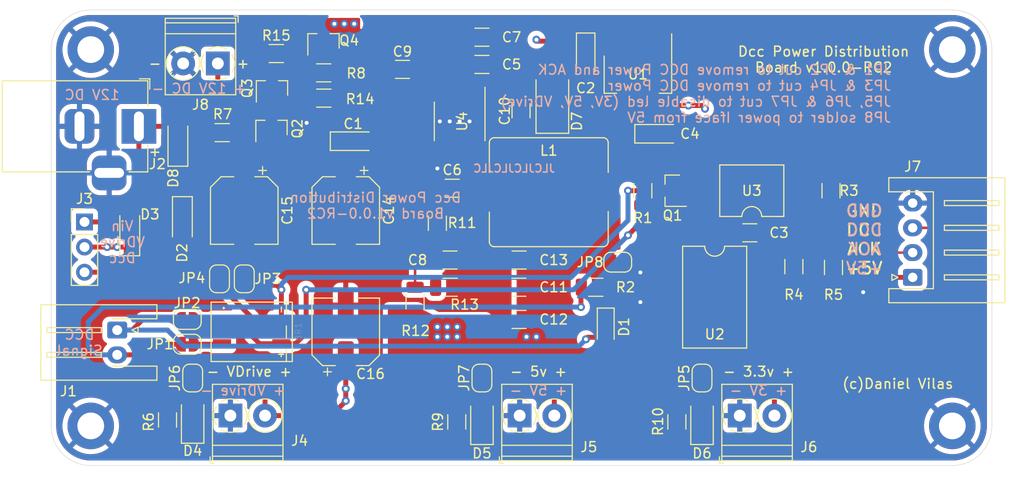
<source format=kicad_pcb>
(kicad_pcb (version 20211014) (generator pcbnew)
  (title_block (date "2021-11-09") (rev "v1.0.0-RC2"))
  (layers (0 "F.Cu" signal) (1 "In1.Cu" power) (2 "In2.Cu" power) (31 "B.Cu" signal) (34 "B.Paste" user) (35 "F.Paste" user) (36 "B.SilkS" user "B.Silkscreen") (37 "F.SilkS" user "F.Silkscreen") (38 "B.Mask" user) (39 "F.Mask" user) (44 "Edge.Cuts" user))
  (net 0 "")
  (net 1 "/Dcc Interface/J_ACK")
  (net 2 "/Dcc Interface/K_ACK")
  (net 3 "GND")
  (net 4 "Vdrive")
  (net 5 "+5V")
  (net 6 "/Dcc Interface/K")
  (net 7 "Net-(D1-Pad1)")
  (net 8 "/Dcc Interface/J")
  (net 9 "/5V_iface")
  (net 10 "/Power Distribution/_DccVin")
  (net 11 "Net-(Q1-Pad2)")
  (net 12 "Net-(Q1-Pad1)")
  (net 13 "Net-(R3-Pad2)")
  (net 14 "Net-(R4-Pad1)")
  (net 15 "+3V3")
  (net 16 "Net-(Q2-Pad3)")
  (net 17 "Net-(Q2-Pad1)")
  (net 18 "Net-(D4-Pad2)")
  (net 19 "Net-(D4-Pad1)")
  (net 20 "Net-(D5-Pad2)")
  (net 21 "Net-(D5-Pad1)")
  (net 22 "Net-(D6-Pad2)")
  (net 23 "Net-(D6-Pad1)")
  (net 24 "/_dcc")
  (net 25 "/_ack")
  (net 26 "/Dcc Interface/DccP+")
  (net 27 "/Dcc Interface/DccP-")
  (net 28 "/Power Distribution/_DccVinP")
  (net 29 "Net-(C6-Pad1)")
  (net 30 "Net-(C8-Pad1)")
  (net 31 "Net-(C9-Pad1)")
  (net 32 "Net-(Q3-Pad3)")
  (net 33 "Net-(R12-Pad2)")
  (net 34 "/Power Distribution/_PH")
  (net 35 "/Power Distribution/_BOOT")
  (net 36 "Net-(Q4-Pad1)")
  (net 37 "Net-(D8-Pad1)")
  (net 38 "/Power Distribution/_Vin")
  (footprint "Project:DIOB_KMB26S" (layer "F.Cu") (at 40.25 52.5 -90)
    (fp_text reference "BR1")
    (fp_text value "KMB26STR")
  )
  (footprint "Connector_JST:JST_XH_S2B-XH-A-1_1x02_P2.50mm_Horizontal" (layer "F.Cu") (at 26.67 52.324 -90)
    (fp_text reference "J1")
    (fp_text value "Conn_01x02" hide)
  )
  (footprint "Jumper:SolderJumper-2_P1.3mm_Bridged_RoundedPad1.0x1.5mm" (layer "F.Cu") (at 33.75 53.75 180)
    (fp_text reference "JP1")
    (fp_text value "Jumper_NC" hide)
  )
  (footprint "Jumper:SolderJumper-2_P1.3mm_Bridged_RoundedPad1.0x1.5mm" (layer "F.Cu") (at 33.75 51.25 180)
    (fp_text reference "JP2")
    (fp_text value "Jumper_NC" hide)
  )
  (footprint "Jumper:SolderJumper-2_P1.3mm_Bridged_RoundedPad1.0x1.5mm" (layer "F.Cu") (at 39.5 47.15 90)
    (fp_text reference "JP3")
    (fp_text value "Jumper_NC" hide)
  )
  (footprint "Jumper:SolderJumper-2_P1.3mm_Bridged_RoundedPad1.0x1.5mm" (layer "F.Cu") (at 37 47.15 90)
    (fp_text reference "JP4")
    (fp_text value "Jumper_NC" hide)
  )
  (footprint "Capacitor_Tantalum_SMD:CP_EIA-3216-18_Kemet-A" (layer "F.Cu") (at 50.5 33.25)
    (fp_text reference "C1")
    (fp_text value "10uf")
  )
  (footprint "Capacitor_Tantalum_SMD:CP_EIA-3216-18_Kemet-A" (layer "F.Cu") (at 73.9775 24.638 -90)
    (fp_text reference "C2")
    (fp_text value "10uf")
  )
  (footprint "Capacitor_Tantalum_SMD:CP_EIA-3216-18_Kemet-A" (layer "F.Cu") (at 81.25 32.5)
    (fp_text reference "C4")
    (fp_text value "10uf")
  )
  (footprint "Project:D_SOD-123FL" (layer "F.Cu") (at 33.25 41.25 -90)
    (fp_text reference "D2")
    (fp_text value "GS1510FL")
  )
  (footprint "Connector_PinHeader_2.54mm:PinHeader_1x03_P2.54mm_Vertical" (layer "F.Cu") (at 23.368 41.402)
    (fp_text reference "J3")
    (fp_text value "Conn_01x03" hide)
  )
  (footprint "Package_TO_SOT_SMD:SOT-23" (layer "F.Cu") (at 42.25 31.9 90)
    (fp_text reference "Q2")
    (fp_text value "BC817")
  )
  (footprint "Package_TO_SOT_SMD:SOT-23" (layer "F.Cu") (at 47.5 23.15 90)
    (fp_text reference "Q4")
    (fp_text value "BSS308")
  )
  (footprint "Package_TO_SOT_SMD:SOT-223-3_TabPin2" (layer "F.Cu") (at 79.25 26.5 -90)
    (fp_text reference "U1")
    (fp_text value "AMS1117-3.3")
  )
  (footprint "Project:D_SOD-123FL" (layer "F.Cu") (at 27.94 42.418 90)
    (fp_text reference "D3")
    (fp_text value "GS1510FL")
  )
  (footprint "Resistor_SMD:R_1206_3216Metric" (layer "F.Cu") (at 47.5225 26.35 180)
    (fp_text reference "R8")
    (fp_text value "100K")
  )
  (footprint "Resistor_SMD:R_1206_3216Metric" (layer "F.Cu") (at 98.75 38.25 -90)
    (fp_text reference "R3")
    (fp_text value "1K")
  )
  (footprint "Package_DIP:SMDIP-8_W9.53mm" (layer "F.Cu") (at 87 49)
    (fp_text reference "U2")
    (fp_text value "6N137S1")
  )
  (footprint "Diode_SMD:D_SOD-323_HandSoldering" (layer "F.Cu") (at 76 52 -90)
    (fp_text reference "D1")
    (fp_text value "1N4148")
  )
  (footprint "Resistor_SMD:R_1206_3216Metric" (layer "F.Cu") (at 75 48 180)
    (fp_text reference "R2")
    (fp_text value "3k")
  )
  (footprint "Resistor_SMD:R_1206_3216Metric" (layer "F.Cu") (at 95 45.9125 90)
    (fp_text reference "R4")
    (fp_text value "10K")
  )
  (footprint "Package_DIP:SMDIP-4_W9.53mm" (layer "F.Cu") (at 90.75 38.25 180)
    (fp_text reference "U3")
    (fp_text value "PC817")
  )
  (footprint "Package_TO_SOT_SMD:SOT-23" (layer "F.Cu") (at 82.75 38.25 180)
    (fp_text reference "Q1")
    (fp_text value "BC857")
  )
  (footprint "Capacitor_SMD:C_1206_3216Metric" (layer "F.Cu") (at 90.55 42.5 180)
    (fp_text reference "C3")
    (fp_text value "10uf")
  )
  (footprint "Resistor_SMD:R_1206_3216Metric" (layer "F.Cu") (at 79.75 38.25 -90)
    (fp_text reference "R1")
    (fp_text value "100")
  )
  (footprint "Resistor_SMD:R_1206_3216Metric" (layer "F.Cu") (at 99 46 90)
    (fp_text reference "R5")
    (fp_text value "10K")
  )
  (footprint "Resistor_SMD:R_1206_3216Metric" (layer "F.Cu") (at 37.2725 32.385 180)
    (fp_text reference "R7")
    (fp_text value "100K")
  )
  (footprint "LED_SMD:LED_1206_3216Metric" (layer "F.Cu") (at 34.29 61.465 90)
    (fp_text reference "D4")
    (fp_text value "LED")
  )
  (footprint "LED_SMD:LED_1206_3216Metric" (layer "F.Cu") (at 85.725 61.595 90)
    (fp_text reference "D6")
    (fp_text value "LED")
  )
  (footprint "Jumper:SolderJumper-2_P1.3mm_Bridged_RoundedPad1.0x1.5mm" (layer "F.Cu") (at 85.725 57.165 90)
    (fp_text reference "JP5")
    (fp_text value "Jumper_2_Bridged" hide)
  )
  (footprint "Jumper:SolderJumper-2_P1.3mm_Bridged_RoundedPad1.0x1.5mm" (layer "F.Cu") (at 34.29 57.165 90)
    (fp_text reference "JP6")
    (fp_text value "Jumper_2_Bridged" hide)
  )
  (footprint "Jumper:SolderJumper-2_P1.3mm_Bridged_RoundedPad1.0x1.5mm" (layer "F.Cu") (at 63.5 57.165 90)
    (fp_text reference "JP7")
    (fp_text value "Jumper_2_Bridged" hide)
  )
  (footprint "Resistor_SMD:R_1206_3216Metric" (layer "F.Cu") (at 31.75 61.4025 90)
    (fp_text reference "R6")
    (fp_text value "900")
  )
  (footprint "Resistor_SMD:R_1206_3216Metric" (layer "F.Cu") (at 60.96 61.595 90)
    (fp_text reference "R9")
    (fp_text value "200")
  )
  (footprint "Resistor_SMD:R_1206_3216Metric" (layer "F.Cu") (at 83.185 61.595 90)
    (fp_text reference "R10")
    (fp_text value "100")
  )
  (footprint "TerminalBlock_Phoenix:TerminalBlock_Phoenix_PT-1,5-2-3.5-H_1x02_P3.50mm_Horizontal" (layer "F.Cu") (at 38.1 60.96)
    (fp_text reference "J4")
    (fp_text value "Conn_01x02")
  )
  (footprint "Connector_JST:JST_XH_S4B-XH-A_1x04_P2.50mm_Horizontal" (layer "F.Cu") (at 107 47 90)
    (fp_text reference "J7")
    (fp_text value "Conn_01x04")
  )
  (footprint "Connector_BarrelJack:BarrelJack_Horizontal" (layer "F.Cu") (at 28.86 31.75)
    (fp_text reference "J2")
    (fp_text value "Conn_01x02")
  )
  (footprint "Capacitor_SMD:C_1206_3216Metric" (layer "F.Cu") (at 63.5 25.5)
    (fp_text reference "C5")
    (fp_text value "10uf 2m" hide)
  )
  (footprint "Capacitor_SMD:C_1206_3216Metric" (layer "F.Cu") (at 67.45 30.175 -90)
    (fp_text reference "C10")
    (fp_text value "100nf 1m")
  )
  (footprint "Capacitor_SMD:C_1206_3216Metric" (layer "F.Cu") (at 67.225 48 180)
    (fp_text reference "C11")
    (fp_text value "10uf 2m" hide)
  )
  (footprint "Capacitor_SMD:C_1206_3216Metric" (layer "F.Cu") (at 67.25 51.25 180)
    (fp_text reference "C12")
    (fp_text value "10uf 2m" hide)
  )
  (footprint "Project:L_Bourns_SRP1035" (layer "F.Cu") (at 70.25 38.4)
    (fp_text reference "L1")
    (fp_text value "22uH 75mO")
  )
  (footprint "Resistor_SMD:R_1206_3216Metric" (layer "F.Cu") (at 56.75 49.4625 90)
    (fp_text reference "R12")
    (fp_text value "10.2K")
  )
  (footprint "Resistor_SMD:R_1206_3216Metric" (layer "F.Cu") (at 60.2875 48)
    (fp_text reference "R13")
    (fp_text value "1.96K")
  )
  (footprint "Capacitor_SMD:C_1206_3216Metric" (layer "F.Cu") (at 60.5 38)
    (fp_text reference "C6")
    (fp_text value "10pf")
  )
  (footprint "Capacitor_SMD:C_1206_3216Metric" (layer "F.Cu") (at 63.5 22.75)
    (fp_text reference "C7")
    (fp_text value "10uf 2m")
  )
  (footprint "Capacitor_SMD:C_1206_3216Metric" (layer "F.Cu") (at 60.275 45.25)
    (fp_text reference "C8")
    (fp_text value "5.6nf")
  )
  (footprint "Capacitor_SMD:C_1206_3216Metric" (layer "F.Cu") (at 55.475 26 180)
    (fp_text reference "C9")
    (fp_text value "8.2nf")
  )
  (footprint "Capacitor_SMD:C_1206_3216Metric" (layer "F.Cu") (at 67.25 45.25 180)
    (fp_text reference "C13")
    (fp_text value "10uf 2m")
  )
  (footprint "Diode_SMD:D_SMA" (layer "F.Cu") (at 70.612 29.0515 90)
    (fp_text reference "D7")
    (fp_text value "SS24A+")
  )
  (footprint "Resistor_SMD:R_1206_3216Metric" (layer "F.Cu") (at 59 41.5375 -90)
    (fp_text reference "R11")
    (fp_text value "5.62K")
  )
  (footprint "Package_SO:SOIC-8_3.9x4.9mm_P1.27mm" (layer "F.Cu") (at 61.25 31.25 -90)
    (fp_text reference "U4")
    (fp_text value "TPS54331D")
  )
  (footprint "TerminalBlock_Phoenix:TerminalBlock_Phoenix_PT-1,5-2-3.5-H_1x02_P3.50mm_Horizontal" (layer "F.Cu") (at 89.535 60.96)
    (fp_text reference "J6")
    (fp_text value "Conn_01x02")
  )
  (footprint "LED_SMD:LED_1206_3216Metric" (layer "F.Cu") (at 63.5 61.595 90)
    (fp_text reference "D5")
    (fp_text value "LED")
  )
  (footprint "TerminalBlock_Phoenix:TerminalBlock_Phoenix_PT-1,5-2-3.5-H_1x02_P3.50mm_Horizontal" (layer "F.Cu") (at 67.31 60.96)
    (fp_text reference "J5")
    (fp_text value "Conn_01x02")
  )
  (footprint "MountingHole:MountingHole_2.7mm_M2.5_DIN965_Pad" (layer "F.Cu") (at 24 62)
    (fp_text reference "H1" hide)
    (fp_text value "MountingHole_Pad")
  )
  (footprint "MountingHole:MountingHole_2.7mm_M2.5_DIN965_Pad" (layer "F.Cu") (at 111 62)
    (fp_text reference "H2" hide)
    (fp_text value "MountingHole_Pad")
  )
  (footprint "MountingHole:MountingHole_2.7mm_M2.5_DIN965_Pad" (layer "F.Cu") (at 111 24)
    (fp_text reference "H3" hide)
    (fp_text value "MountingHole_Pad")
  )
  (footprint "Resistor_SMD:R_1206_3216Metric" (layer "F.Cu") (at 47.5375 28.9 180)
    (fp_text reference "R14")
    (fp_text value "100K")
  )
  (footprint "Resistor_SMD:R_1206_3216Metric" (layer "F.Cu") (at 42.7375 24.4)
    (fp_text reference "R15")
    (fp_text value "100K")
  )
  (footprint "Package_TO_SOT_SMD:SOT-23" (layer "F.Cu") (at 42.3 27.9 90)
    (fp_text reference "Q3")
    (fp_text value "2N7002")
  )
  (footprint "Project:D_SOD-123FL" (layer "F.Cu") (at 32.8 33.375 90)
    (fp_text reference "D8")
    (fp_text value "GS1510FL")
  )
  (footprint "Jumper:SolderJumper-2_P1.3mm_Open_RoundedPad1.0x1.5mm" (layer "F.Cu") (at 77.216 45.466)
    (fp_text reference "JP8")
    (fp_text value "SolderJumper_2_Open")
  )
  (footprint "MountingHole:MountingHole_2.7mm_M2.5_DIN965_Pad" (layer "F.Cu") (at 24 24)
    (fp_text reference "H4" hide)
    (fp_text value "MountingHole_Pad")
  )
  (footprint "TerminalBlock_Phoenix:TerminalBlock_Phoenix_PT-1,5-2-3.5-H_1x02_P3.50mm_Horizontal" (layer "F.Cu") (at 36.83 25.4 180)
    (fp_text reference "J8")
    (fp_text value "Conn_01x02")
  )
  (footprint "Capacitor_SMD:CP_Elec_6.3x7.7" (layer "F.Cu") (at 49.75 40.25 -90)
    (fp_text reference "C14")
    (fp_text value "100uf")
  )
  (footprint "Capacitor_SMD:CP_Elec_6.3x7.7" (layer "F.Cu") (at 39.5 40.25 -90)
    (fp_text reference "C15")
    (fp_text value "100uf")
  )
  (footprint "Capacitor_SMD:CP_Elec_6.3x7.7" (layer "F.Cu") (at 49.75 52.5 90)
    (fp_text reference "C16")
    (fp_text value "100uf")
  )
  (gr_line (start 111 20) (end 24 20) (layer "Edge.Cuts") (width 0.05))
  (gr_line (start 24 66) (end 111 66) (layer "Edge.Cuts") (width 0.05))
  (gr_line (start 115 62) (end 115 24) (layer "Edge.Cuts") (width 0.05))
  (gr_arc (start 111 20) (mid 113.828427 21.171573) (end 115 24) (layer "Edge.Cuts") (width 0.05))
  (gr_arc (start 20 24) (mid 21.171573 21.171573) (end 24 20) (layer "Edge.Cuts") (width 0.05))
  (gr_arc (start 115 62) (mid 113.828427 64.828427) (end 111 66) (layer "Edge.Cuts") (width 0.05))
  (gr_arc (start 24 66) (mid 21.171573 64.828427) (end 20 62) (layer "Edge.Cuts") (width 0.05))
  (gr_line (start 20 24) (end 20 62) (layer "Edge.Cuts") (width 0.05))
  (gr_text "+ 3V -" (at 91.44 58.42) (layer "B.SilkS") (effects (font (size 1 1)) (justify mirror)))
  (gr_text "+ 5V -" (at 69.215 58.42) (layer "B.SilkS") (effects (font (size 1 1)) (justify mirror)))
  (gr_text "GND\nDCC\nACK\n+5V" (at 102.108 43.18) (layer "B.SilkS") (effects (font (size 1.2 1.2) (thickness 0.2)) (justify mirror)))
  (gr_text "Vin\nVDrive\nDcc" (at 27.178 43.434) (layer "B.SilkS") (effects (font (size 1 1)) (justify mirror)))
  (gr_text "+ 12V DC -" (at 34.925 27.94) (layer "B.SilkS") (effects (font (size 1 1)) (justify mirror)))
  (gr_text "Dcc Power Distribution\nBoard v1.0.0-RC2" (at 52.75 39.75) (layer "B.SilkS") (effects (font (size 1 1)) (justify mirror)))
  (gr_text "+ VDrive -" (at 39.37 58.42) (layer "B.SilkS") (effects (font (size 1 1)) (justify mirror)))
  (gr_text "JP1 & JP2 cut to remove DCC Power and ACK\nJP3 & JP4 cut to remove DCC Power\nJP5, JP6 & JP7 cut to disable led (3V, 5V, VDrive)\nJP8 solder to power Iface from 5V " (at 104.902 28.448) (layer "B.SilkS") (effects (font (size 1 1)) (justify left mirror)))
  (gr_text "JLCJLCJLCJLC" (at 66.75 36) (layer "B.SilkS") (effects (font (size 0.8 0.8)) (justify mirror)))
  (gr_text "DCC\nSignal" (at 22.86 53.594) (layer "B.SilkS") (effects (font (size 1 1)) (justify mirror)))
  (gr_text "12V DC" (at 24.13 28.575) (layer "B.SilkS") (effects (font (size 1 1)) (justify mirror)))
  (gr_text "- 3.3v +" (at 91.44 56.515) (layer "F.SilkS") (effects (font (size 1 1))))
  (gr_text "+" (at 39.37 25.4) (layer "F.SilkS") (effects (font (size 1 1))))
  (gr_text "-" (at 30.48 25.4) (layer "F.SilkS") (effects (font (size 1 1))))
  (gr_text "(c)Daniel Vilas" (at 105.5 57.75) (layer "F.SilkS") (effects (font (size 1 1))))
  (gr_text "+" (at 30.48 34.29) (layer "F.SilkS") (effects (font (size 1 1))))
  (gr_text "GND\nDCC\nACK\n+5V" (at 102.108 43.18) (layer "F.SilkS") (effects (font (size 1.2 1.2) (thickness 0.2))))
  (gr_text "Dcc Power Distribution\nBoard v1.0.0-RC2" (at 98 25) (layer "F.SilkS") (effects (font (size 1 1))))
  (gr_text "- VDrive +" (at 40.005 56.515) (layer "F.SilkS") (effects (font (size 1 1))))
  (gr_text "- 5v +" (at 69.215 56.515) (layer "F.SilkS") (effects (font (size 1 1))))
  (segment (start 34.15 53.75) (end 37.2 53.75) (width 0.5) (layer "F.Cu") (net 1))
  (segment (start 37.2 53.75) (end 37.25 53.7) (width 0.5) (layer "F.Cu") (net 1))
  (segment (start 37.2 51.25) (end 37.25 51.3) (width 0.5) (layer "F.Cu") (net 2))
  (segment (start 34.4 51.25) (end 37.2 51.25) (width 0.5) (layer "F.Cu") (net 2))
  (segment (start 61.75 45.25) (end 61.75 48) (width 0.25) (layer "F.Cu") (net 3))
  (segment (start 61.975 38) (end 61.975 33.815) (width 0.25) (layer "F.Cu") (net 3))
  (segment (start 61.925 40.5) (end 61.925 40.325) (width 0.25) (layer "F.Cu") (net 3))
  (segment (start 61.75 45.25) (end 61.75 40.5) (width 0.25) (layer "F.Cu") (net 3))
  (segment (start 61.975 33.815) (end 61.885 33.725) (width 0.25) (layer "F.Cu") (net 3))
  (segment (start 39.5 43.3) (end 39.85 42.95) (width 0.25) (layer "F.Cu") (net 3))
  (segment (start 61.75 40.5) (end 61.925 40.325) (width 0.25) (layer "F.Cu") (net 3))
  (segment (start 61.925 38.05) (end 61.975 38) (width 0.25) (layer "F.Cu") (net 3))
  (segment (start 39.5 46.5) (end 39.5 43.3) (width 0.25) (layer "F.Cu") (net 3))
  (segment (start 61.925 40.325) (end 61.925 38.05) (width 0.25) (layer "F.Cu") (net 3))
  (via (at 59.25 31.25) (size 0.8) (drill 0.4) (layers "F.Cu" "B.Cu") (net 3))
  (via (at 79.5 49.5) (size 0.8) (drill 0.4) (layers "F.Cu" "B.Cu") (net 3))
  (via (at 62.25 31.25) (size 0.8) (drill 0.4) (layers "F.Cu" "B.Cu") (net 3))
  (via (at 45.8 31.4) (size 0.8) (drill 0.4) (layers "F.Cu" "B.Cu") (net 3))
  (via (at 61.25 31.25) (size 0.8) (drill 0.4) (layers "F.Cu" "B.Cu") (net 3))
  (via (at 60.25 31.25) (size 0.8) (drill 0.4) (layers "F.Cu" "B.Cu") (net 3))
  (via (at 79.5 46.5) (size 0.8) (drill 0.4) (layers "F.Cu" "B.Cu") (net 3))
  (via (at 102 48.5) (size 0.8) (drill 0.4) (layers "F.Cu" "B.Cu") (net 3))
  (via (at 59 36) (size 0.8) (drill 0.4) (layers "F.Cu" "B.Cu") (net 3))
  (segment (start 26.67 43.942) (end 27.914 43.942) (width 0.5) (layer "F.Cu") (net 4))
  (segment (start 49.75 58.25) (end 49.75 59.47) (width 0.5) (layer "F.Cu") (net 4))
  (segment (start 57.95 22.15) (end 58.55 22.75) (width 0.5) (layer "F.Cu") (net 4))
  (segment (start 49.75 55.2) (end 49.75 58.25) (width 0.5) (layer "F.Cu") (net 4))
  (segment (start 41.6 58.11) (end 41.6 60.96) (width 0.5) (layer "F.Cu") (net 4))
  (segment (start 49.75 59.47) (end 49.75 59.5) (width 0.5) (layer "F.Cu") (net 4))
  (segment (start 47.5 22.15) (end 57.95 22.15) (width 0.5) (layer "F.Cu") (net 4))
  (segment (start 62.025 22.75) (end 62.025 25.5) (width 0.5) (layer "F.Cu") (net 4))
  (segment (start 34.29 56.515) (end 40.005 56.515) (width 0.5) (layer "F.Cu") (net 4))
  (segment (start 62.025 28.635) (end 61.885 28.775) (width 0.5) (layer "F.Cu") (net 4))
  (segment (start 26.67 43.942) (end 25.653994 43.942) (width 0.5) (layer "F.Cu") (net 4))
  (segment (start 23.368 43.942) (end 25.653994 43.942) (width 0.5) (layer "F.Cu") (net 4))
  (segment (start 40.005 56.515) (end 41.6 58.11) (width 0.5) (layer "F.Cu") (net 4))
  (segment (start 48.29 60.96) (end 45.46 60.96) (width 0.5) (layer "F.Cu") (net 4))
  (segment (start 58.55 22.75) (end 62.025 22.75) (width 0.5) (layer "F.Cu") (net 4))
  (segment (start 27.914 43.942) (end 27.94 43.968) (width 0.5) (layer "F.Cu") (net 4))
  (segment (start 49.75 59.5) (end 48.29 60.96) (width 0.5) (layer "F.Cu") (net 4))
  (segment (start 41.6 60.96) (end 45.46 60.96) (width 0.5) (layer "F.Cu") (net 4))
  (segment (start 62.025 25.5) (end 62.025 28.635) (width 0.5) (layer "F.Cu") (net 4))
  (via (at 50.6 21.4) (size 0.8) (drill 0.4) (layers "F.Cu" "B.Cu") (net 4))
  (via (at 26.67 43.942) (size 0.8) (drill 0.4) (layers "F.Cu" "B.Cu") (net 4))
  (via (at 48.6 21.4) (size 0.8) (drill 0.4) (layers "F.Cu" "B.Cu") (net 4))
  (via (at 49.75 58.25) (size 0.8) (drill 0.4) (layers "F.Cu" "B.Cu") (net 4))
  (via (at 49.75 59.47) (size 0.8) (drill 0.4) (layers "F.Cu" "B.Cu") (net 4))
  (via (at 49.6 21.4) (size 0.8) (drill 0.4) (layers "F.Cu" "B.Cu") (net 4))
  (via (at 25.653994 43.942) (size 0.8) (drill 0.4) (layers "F.Cu" "B.Cu") (net 4))
  (segment (start 69.15 23.15) (end 69 23) (width 0.5) (layer "F.Cu") (net 5))
  (segment (start 70.81 56.84) (end 70.81 60.96) (width 0.5) (layer "F.Cu") (net 5))
  (segment (start 68.763 45.212) (end 68.725 45.25) (width 0.5) (layer "F.Cu") (net 5))
  (segment (start 73.444 45.25) (end 73.66 45.466) (width 0.5) (layer "F.Cu") (net 5))
  (segment (start 73.45 23.35) (end 73.25 23.15) (width 0.5) (layer "F.Cu") (net 5))
  (segment (start 63.5 56.515) (end 70.485 56.515) (width 0.5) (layer "F.Cu") (net 5))
  (segment (start 73.66 45.466) (end 76.566 45.466) (width 0.5) (layer "F.Cu") (net 5))
  (segment (start 76.95 23.35) (end 73.45 23.35) (width 0.5) (layer "F.Cu") (net 5))
  (segment (start 70.485 56.515) (end 70.81 56.84) (width 0.5) (layer "F.Cu") (net 5))
  (segment (start 68.725 45.25) (end 73.444 45.25) (width 0.5) (layer "F.Cu") (net 5))
  (segment (start 73.25 23.15) (end 69.15 23.15) (width 0.5) (layer "F.Cu") (net 5))
  (via (at 60 52) (size 0.8) (drill 0.4) (layers "F.Cu" "B.Cu") (net 5))
  (via (at 68 53) (size 0.8) (drill 0.4) (layers "F.Cu" "B.Cu") (net 5))
  (via (at 59 53) (size 0.8) (drill 0.4) (layers "F.Cu" "B.Cu") (net 5))
  (via (at 60 53) (size 0.8) (drill 0.4) (layers "F.Cu" "B.Cu") (net 5))
  (via (at 59 52) (size 0.8) (drill 0.4) (layers "F.Cu" "B.Cu") (net 5))
  (via (at 61 53) (size 0.8) (drill 0.4) (layers "F.Cu" "B.Cu") (net 5))
  (via (at 61 52) (size 0.8) (drill 0.4) (layers "F.Cu" "B.Cu") (net 5))
  (via (at 69 53) (size 0.8) (drill 0.4) (layers "F.Cu" "B.Cu") (net 5))
  (via (at 69 23) (size 0.8) (drill 0.4) (layers "F.Cu" "B.Cu") (net 5))
  (segment (start 29.25 51.25) (end 28.176 52.324) (width 0.5) (layer "F.Cu") (net 6))
  (segment (start 76 53.1) (end 77.9 53.1) (width 0.5) (layer "F.Cu") (net 6))
  (segment (start 80.73 50.27) (end 82.235 50.27) (width 0.5) (layer "F.Cu") (net 6))
  (segment (start 74.2 53.05) (end 74 53.25) (width 0.5) (layer "F.Cu") (net 6))
  (segment (start 28.176 52.324) (end 26.67 52.324) (width 0.5) (layer "F.Cu") (net 6))
  (segment (start 77.9 53.1) (end 80.73 50.27) (width 0.5) (layer "F.Cu") (net 6))
  (segment (start 76 53.05) (end 74.2 53.05) (width 0.5) (layer "F.Cu") (net 6))
  (segment (start 33.1 51.25) (end 29.25 51.25) (width 0.5) (layer "F.Cu") (net 6))
  (via (at 74 53.25) (size 0.8) (drill 0.4) (layers "F.Cu" "B.Cu") (net 6))
  (segment (start 74 53.25) (end 73.299999 53.950001) (width 0.5) (layer "B.Cu") (net 6))
  (segment (start 31.75 52.324) (end 26.67 52.324) (width 0.5) (layer "B.Cu") (net 6))
  (segment (start 33.376001 53.950001) (end 31.75 52.324) (width 0.5) (layer "B.Cu") (net 6))
  (segment (start 73.299999 53.950001) (end 33.376001 53.950001) (width 0.5) (layer "B.Cu") (net 6))
  (segment (start 76.4625 48) (end 76.4625 49.5375) (width 0.25) (layer "F.Cu") (net 7))
  (segment (start 75.9125 48) (end 81.965 48) (width 0.25) (layer "F.Cu") (net 7))
  (segment (start 76.4625 49.5375) (end 76 50) (width 0.25) (layer "F.Cu") (net 7))
  (segment (start 81.965 48) (end 82.235 47.73) (width 0.25) (layer "F.Cu") (net 7))
  (segment (start 76 50) (end 76 50.95) (width 0.25) (layer "F.Cu") (net 7))
  (segment (start 30.176 54.824) (end 26.67 54.824) (width 0.5) (layer "F.Cu") (net 8))
  (segment (start 32.85 53.75) (end 31.25 53.75) (width 0.5) (layer "F.Cu") (net 8))
  (segment (start 73.5 50) (end 73.5 48.0375) (width 0.5) (layer "F.Cu") (net 8))
  (segment (start 73.5 48.0375) (end 73.5375 48) (width 0.5) (layer "F.Cu") (net 8))
  (segment (start 31.25 53.75) (end 30.176 54.824) (width 0.5) (layer "F.Cu") (net 8))
  (via (at 73.5 50) (size 0.8) (drill 0.4) (layers "F.Cu" "B.Cu") (net 8))
  (segment (start 73.5 50) (end 42.5 50) (width 0.5) (layer "B.Cu") (net 8))
  (segment (start 23.75 54) (end 23.75 51.5) (width 0.5) (layer "B.Cu") (net 8))
  (segment (start 26.67 54.824) (end 24.574 54.824) (width 0.5) (layer "B.Cu") (net 8))
  (segment (start 25.25 50) (end 42.5 50) (width 0.5) (layer "B.Cu") (net 8))
  (segment (start 24.574 54.824) (end 23.75 54) (width 0.5) (layer "B.Cu") (net 8))
  (segment (start 23.75 51.5) (end 25.25 50) (width 0.5) (layer "B.Cu") (net 8))
  (segment (start 91.765 45.19) (end 92.986 45.19) (width 0.5) (layer "F.Cu") (net 9))
  (segment (start 92.986 45.19) (end 93.726 44.45) (width 0.5) (layer "F.Cu") (net 9))
  (segment (start 82.55 42.418) (end 85.344 42.418) (width 0.5) (layer "F.Cu") (net 9))
  (segment (start 88.138 45.212) (end 88.16 45.19) (width 0.5) (layer "F.Cu") (net 9))
  (segment (start 93.726 44.45) (end 95 44.45) (width 0.5) (layer "F.Cu") (net 9))
  (segment (start 91.765 45.19) (end 91.765 42.185) (width 0.5) (layer "F.Cu") (net 9))
  (segment (start 85.344 42.418) (end 88.138 45.212) (width 0.5) (layer "F.Cu") (net 9))
  (segment (start 80.914 42.418) (end 82.55 42.418) (width 0.5) (layer "F.Cu") (net 9))
  (segment (start 88.16 45.19) (end 91.765 45.19) (width 0.5) (layer "F.Cu") (net 9))
  (segment (start 101.5375 44.5375) (end 104 47) (width 0.5) (layer "F.Cu") (net 9))
  (segment (start 104 47) (end 107 47) (width 0.5) (layer "F.Cu") (net 9))
  (segment (start 95.0875 44.5375) (end 95 44.45) (width 0.5) (layer "F.Cu") (net 9))
  (segment (start 99 44.5375) (end 101.5375 44.5375) (width 0.5) (layer "F.Cu") (net 9))
  (segment (start 99 44.5375) (end 95.0875 44.5375) (width 0.5) (layer "F.Cu") (net 9))
  (segment (start 77.866 45.466) (end 80.914 42.418) (width 0.5) (layer "F.Cu") (net 9))
  (segment (start 23.368 46.482) (end 34.232 46.482) (width 0.5) (layer "F.Cu") (net 10))
  (segment (start 33.25 42.8) (end 33.25 45.5) (width 0.5) (layer "F.Cu") (net 10))
  (segment (start 33.25 45.5) (end 34.232 46.482) (width 0.5) (layer "F.Cu") (net 10))
  (segment (start 34.232 46.482) (end 36.982 46.482) (width 0.5) (layer "F.Cu") (net 10))
  (segment (start 36.982 46.482) (end 37 46.5) (width 0.5) (layer "F.Cu") (net 10))
  (segment (start 82.2875 36.7875) (end 82.8 37.3) (width 0.25) (layer "F.Cu") (net 11))
  (segment (start 79.75 36.7875) (end 82.2875 36.7875) (width 0.25) (layer "F.Cu") (net 11))
  (segment (start 82.8 37.3) (end 83.75 37.3) (width 0.25) (layer "F.Cu") (net 11))
  (segment (start 84.07 39.52) (end 83.75 39.2) (width 0.25) (layer "F.Cu") (net 12))
  (segment (start 85.985 39.52) (end 84.07 39.52) (width 0.25) (layer "F.Cu") (net 12))
  (segment (start 95.8725 39.1625) (end 95.515 39.52) (width 0.25) (layer "F.Cu") (net 13))
  (segment (start 98.75 39.1625) (end 95.8725 39.1625) (width 0.25) (layer "F.Cu") (net 13))
  (segment (start 94.095 47.73) (end 95 46.825) (width 0.25) (layer "F.Cu") (net 14))
  (segment (start 91.765 47.73) (end 94.095 47.73) (width 0.25) (layer "F.Cu") (net 14))
  (segment (start 84.35 29.65) (end 85.7 29.65) (width 0.5) (layer "F.Cu") (net 15))
  (segment (start 93.035 60.96) (end 93.035 56.84) (width 0.5) (layer "F.Cu") (net 15))
  (segment (start 79.25 23.35) (end 79.25 29.65) (width 0.5) (layer "F.Cu") (net 15))
  (segment (start 79.25 29.65) (end 79.25 31.85) (width 0.5) (layer "F.Cu") (net 15))
  (segment (start 79.25 29.65) (end 84.35 29.65) (width 0.5) (layer "F.Cu") (net 15))
  (segment (start 79.25 31.85) (end 79.9 32.5) (width 0.5) (layer "F.Cu") (net 15))
  (segment (start 92.71 56.515) (end 85.725 56.515) (width 0.5) (layer "F.Cu") (net 15))
  (segment (start 85.7 29.65) (end 86.025 29.975) (width 0.5) (layer "F.Cu") (net 15))
  (segment (start 93.035 56.84) (end 92.71 56.515) (width 0.5) (layer "F.Cu") (net 15))
  (via (at 86.025 29.975) (size 0.8) (drill 0.4) (layers "F.Cu" "B.Cu") (net 15))
  (via (at 84.35 29.65) (size 0.8) (drill 0.4) (layers "F.Cu" "B.Cu") (net 15))
  (segment (start 46.075 28.9) (end 45.5 28.9) (width 0.25) (layer "F.Cu") (net 16))
  (segment (start 41.35 30.5) (end 41.75 30.9) (width 0.25) (layer "F.Cu") (net 16))
  (segment (start 43.5 30.9) (end 42.25 30.9) (width 0.25) (layer "F.Cu") (net 16))
  (segment (start 41.75 30.9) (end 42.25 30.9) (width 0.25) (layer "F.Cu") (net 16))
  (segment (start 45.5 28.9) (end 43.5 30.9) (width 0.25) (layer "F.Cu") (net 16))
  (segment (start 41.35 28.9) (end 41.35 30.5) (width 0.25) (layer "F.Cu") (net 16))
  (segment (start 39.37 32.385) (end 39.885 32.9) (width 0.25) (layer "F.Cu") (net 17))
  (segment (start 39.885 32.9) (end 41.3 32.9) (width 0.25) (layer "F.Cu") (net 17))
  (segment (start 38.735 32.385) (end 39.37 32.385) (width 0.25) (layer "F.Cu") (net 17))
  (segment (start 34.29 57.815) (end 34.29 60.065) (width 0.25) (layer "F.Cu") (net 18))
  (segment (start 34.29 62.865) (end 31.75 62.865) (width 0.25) (layer "F.Cu") (net 19))
  (segment (start 63.5 57.815) (end 63.5 60.195) (width 0.25) (layer "F.Cu") (net 20))
  (segment (start 63.5 62.995) (end 61.0225 62.995) (width 0.25) (layer "F.Cu") (net 21))
  (segment (start 61.0225 62.995) (end 60.96 63.0575) (width 0.25) (layer "F.Cu") (net 21))
  (segment (start 85.725 57.815) (end 85.725 60.195) (width 0.25) (layer "F.Cu") (net 22))
  (segment (start 85.725 62.995) (end 83.2475 62.995) (width 0.25) (layer "F.Cu") (net 23))
  (segment (start 83.2475 62.995) (end 83.185 63.0575) (width 0.25) (layer "F.Cu") (net 23))
  (segment (start 107 42) (end 109 42) (width 0.25) (layer "F.Cu") (net 24))
  (segment (start 110 48) (end 107.73 50.27) (width 0.25) (layer "F.Cu") (net 24))
  (segment (start 99 50) (end 99 46.9125) (width 0.25) (layer "F.Cu") (net 24))
  (segment (start 98.73 50.27) (end 99 50) (width 0.25) (layer "F.Cu") (net 24))
  (segment (start 91.765 50.27) (end 98.73 50.27) (width 0.25) (layer "F.Cu") (net 24))
  (segment (start 107.73 50.27) (end 98.73 50.27) (width 0.25) (layer "F.Cu") (net 24))
  (segment (start 110 43) (end 110 48) (width 0.25) (layer "F.Cu") (net 24))
  (segment (start 109 42) (end 110 43) (width 0.25) (layer "F.Cu") (net 24))
  (segment (start 98.75 36.7875) (end 100.7875 36.7875) (width 0.25) (layer "F.Cu") (net 25))
  (segment (start 104.5 44.5) (end 107 44.5) (width 0.25) (layer "F.Cu") (net 25))
  (segment (start 103 39) (end 103 43) (width 0.25) (layer "F.Cu") (net 25))
  (segment (start 100.7875 36.7875) (end 103 39) (width 0.25) (layer "F.Cu") (net 25))
  (segment (start 103 43) (end 104.5 44.5) (width 0.25) (layer "F.Cu") (net 25))
  (segment (start 78.25041 42.74959) (end 79.75 41.25) (width 0.5) (layer "F.Cu") (net 26))
  (segment (start 44.67 53.7) (end 45.749996 52.620004) (width 0.5) (layer "F.Cu") (net 26))
  (segment (start 40.25 52.9) (end 41.05 53.7) (width 0.5) (layer "F.Cu") (net 26))
  (segment (start 45.749996 52.620004) (end 45.749996 48.25) (width 0.5) (layer "F.Cu") (net 26))
  (segment (start 40.25 51.05) (end 40.25 52.9) (width 0.5) (layer "F.Cu") (net 26))
  (segment (start 79.75 41.25) (end 79.75 39.7125) (width 0.5) (layer "F.Cu") (net 26))
  (segment (start 43.25 53.7) (end 44.67 53.7) (width 0.5) (layer "F.Cu") (net 26))
  (segment (start 41.05 53.7) (end 43.25 53.7) (width 0.5) (layer "F.Cu") (net 26))
  (segment (start 37 47.8) (end 40.25 51.05) (width 0.5) (layer "F.Cu") (net 26))
  (via (at 78.25041 42.74959) (size 0.8) (drill 0.4) (layers "F.Cu" "B.Cu") (net 26))
  (via (at 45.749996 48.25) (size 0.8) (drill 0.4) (layers "F.Cu" "B.Cu") (net 26))
  (segment (start 78.25041 42.74959) (end 72.75 48.25) (width 0.5) (layer "B.Cu") (net 26))
  (segment (start 72.75 48.25) (end 45.749996 48.25) (width 0.5) (layer "B.Cu") (net 26))
  (segment (start 39.5 47.8) (end 42.8 47.8) (width 0.5) (layer "F.Cu") (net 27))
  (segment (start 81.75 38.25) (end 84.715 38.25) (width 0.25) (layer "F.Cu") (net 27))
  (segment (start 81.75 38.25) (end 78.25 38.25) (width 0.5) (layer "F.Cu") (net 27))
  (segment (start 43.25 48.25) (end 43.25 51.3) (width 0.5) (layer "F.Cu") (net 27))
  (segment (start 43.25 48.25) (end 43.249985 48.249985) (width 0.5) (layer "F.Cu") (net 27))
  (segment (start 42.8 47.8) (end 43.25 48.25) (width 0.5) (layer "F.Cu") (net 27))
  (segment (start 84.715 38.25) (end 85.985 36.98) (width 0.25) (layer "F.Cu") (net 27))
  (via (at 78.25 38.25) (size 0.8) (drill 0.4) (layers "F.Cu" "B.Cu") (net 27))
  (via (at 43.249985 48.249985) (size 0.8) (drill 0.4) (layers "F.Cu" "B.Cu") (net 27))
  (segment (start 43.249985 47.6843) (end 43.249985 48.249985) (width 0.5) (layer "B.Cu") (net 27))
  (segment (start 43.934285 47) (end 43.249985 47.6843) (width 0.5) (layer "B.Cu") (net 27))
  (segment (start 78.25 41.25) (end 72.5 47) (width 0.5) (layer "B.Cu") (net 27))
  (segment (start 78.25 38.25) (end 78.25 41.25) (width 0.5) (layer "B.Cu") (net 27))
  (segment (start 72.5 47) (end 43.934285 47) (width 0.5) (layer "B.Cu") (net 27))
  (segment (start 35.05 39.7) (end 37.2 37.55) (width 0.5) (layer "F.Cu") (net 28))
  (segment (start 37.2 37.55) (end 39.85 37.55) (width 0.5) (layer "F.Cu") (net 28))
  (segment (start 49.75 37.55) (end 49.75 35.5) (width 0.5) (layer "F.Cu") (net 28))
  (segment (start 48.985 28.885) (end 49 28.9) (width 0.5) (layer "F.Cu") (net 28))
  (segment (start 48.985 24.385) (end 48.985 26.35) (width 0.5) (layer "F.Cu") (net 28))
  (segment (start 49 33.1) (end 49.15 33.25) (width 0.5) (layer "F.Cu") (net 28))
  (segment (start 33.25 39.7) (end 35.05 39.7) (width 0.5) (layer "F.Cu") (net 28))
  (segment (start 49.75 35.5) (end 49.15 34.9) (width 0.5) (layer "F.Cu") (net 28))
  (segment (start 49.15 34.9) (end 49.15 33.25) (width 0.5) (layer "F.Cu") (net 28))
  (segment (start 39.5 37.55) (end 49.75 37.55) (width 0.5) (layer "F.Cu") (net 28))
  (segment (start 49 28.9) (end 49 33.1) (width 0.5) (layer "F.Cu") (net 28))
  (segment (start 48.45 24.15) (end 48.75 24.15) (width 0.5) (layer "F.Cu") (net 28))
  (segment (start 48.75 24.15) (end 48.985 24.385) (width 0.5) (layer "F.Cu") (net 28))
  (segment (start 48.985 26.35) (end 48.985 28.885) (width 0.5) (layer "F.Cu") (net 28))
  (segment (start 60.615 36.41) (end 59.025 38) (width 0.25) (layer "F.Cu") (net 29))
  (segment (start 59 40.075) (end 59 38.025) (width 0.25) (layer "F.Cu") (net 29))
  (segment (start 59 38.025) (end 59.025 38) (width 0.25) (layer "F.Cu") (net 29))
  (segment (start 60.615 33.725) (end 60.615 36.41) (width 0.25) (layer "F.Cu") (net 29))
  (segment (start 59 43) (end 59 45.05) (width 0.25) (layer "F.Cu") (net 30))
  (segment (start 59 45.05) (end 58.8 45.25) (width 0.25) (layer "F.Cu") (net 30))
  (segment (start 57.604 28.775) (end 59.345 28.775) (width 0.25) (layer "F.Cu") (net 31))
  (segment (start 56.95 28.121) (end 57.604 28.775) (width 0.25) (layer "F.Cu") (net 31))
  (segment (start 56.95 26) (end 56.95 28.121) (width 0.25) (layer "F.Cu") (net 31))
  (segment (start 41.275 24.655) (end 41.275 26.175) (width 0.25) (layer "F.Cu") (net 32))
  (segment (start 41.275 26.175) (end 42.11 27.01) (width 0.25) (layer "F.Cu") (net 32))
  (segment (start 42.11 27.01) (end 42.41 27.01) (width 0.25) (layer "F.Cu") (net 32))
  (segment (start 41.46 24.47) (end 41.275 24.655) (width 0.25) (layer "F.Cu") (net 32))
  (segment (start 56.75 36.32) (end 59.345 33.725) (width 0.25) (layer "F.Cu") (net 33))
  (segment (start 56.75 48) (end 56.75 36.32) (width 0.25) (layer "F.Cu") (net 33))
  (segment (start 58.825 48) (end 56.75 48) (width 0.25) (layer "F.Cu") (net 33))
  (segment (start 66.2 31.8) (end 70.2 31.8) (width 0.5) (layer "F.Cu") (net 34))
  (segment (start 65.5 38.4) (end 65.5 32.5) (width 0.5) (layer "F.Cu") (net 34))
  (segment (start 63.155 33.725) (end 64.275 33.725) (width 0.5) (layer "F.Cu") (net 34))
  (segment (start 65.5 32.5) (end 66.2 31.8) (width 0.5) (layer "F.Cu") (net 34))
  (segment (start 64.275 33.725) (end 65.5 32.5) (width 0.5) (layer "F.Cu") (net 34))
  (segment (start 63.23 28.7) (end 63.155 28.775) (width 0.5) (layer "F.Cu") (net 35))
  (segment (start 67.45 28.7) (end 63.23 28.7) (width 0.5) (layer "F.Cu") (net 35))
  (segment (start 45.5 24.15) (end 45.25 24.4) (width 0.25) (layer "F.Cu") (net 36))
  (segment (start 44.2 25.85) (end 44.7 26.35) (width 0.25) (layer "F.Cu") (net 36))
  (segment (start 45.25 24.4) (end 44.2 24.4) (width 0.25) (layer "F.Cu") (net 36))
  (segment (start 44.7 26.35) (end 46.06 26.35) (width 0.25) (layer "F.Cu") (net 36))
  (segment (start 44.2 24.4) (end 44.2 25.85) (width 0.25) (layer "F.Cu") (net 36))
  (segment (start 46.55 24.15) (end 45.5 24.15) (width 0.25) (layer "F.Cu") (net 36))
  (segment (start 32.8 34.925) (end 34.79 34.925) (width 0.25) (layer "F.Cu") (net 37))
  (segment (start 35.81 33.905) (end 35.81 32.385) (width 0.25) (layer "F.Cu") (net 37))
  (segment (start 34.79 34.925) (end 35.81 33.905) (width 0.25) (layer "F.Cu") (net 37))
  (segment (start 36.83 27.94) (end 36.195 28.575) (width 0.5) (layer "F.Cu") (net 38))
  (segment (start 33.655 28.575) (end 32.8 29.43) (width 0.5) (layer "F.Cu") (net 38))
  (segment (start 25.654 41.402) (end 26.188 40.868) (width 0.5) (layer "F.Cu") (net 38))
  (segment (start 23.368 41.402) (end 25.654 41.402) (width 0.5) (layer "F.Cu") (net 38))
  (segment (start 32.258 31.75) (end 28.86 31.75) (width 0.5) (layer "F.Cu") (net 38))
  (segment (start 28.86 39.466) (end 28.86 31.75) (width 0.5) (layer "F.Cu") (net 38))
  (segment (start 32.8 31.208) (end 32.258 31.75) (width 0.5) (layer "F.Cu") (net 38))
  (segment (start 36.195 28.575) (end 33.655 28.575) (width 0.5) (layer "F.Cu") (net 38))
  (segment (start 32.8 29.43) (end 32.8 31.208) (width 0.5) (layer "F.Cu") (net 38))
  (segment (start 28.86 39.948) (end 28.86 39.466) (width 0.5) (layer "F.Cu") (net 38))
  (segment (start 36.83 25.4) (end 36.83 27.94) (width 0.5) (layer "F.Cu") (net 38))
  (segment (start 26.188 40.868) (end 27.94 40.868) (width 0.5) (layer "F.Cu") (net 38))
  (segment (start 27.94 40.868) (end 28.86 39.948) (width 0.5) (layer "F.Cu") (net 38))
  (zone (net 3) (net_name "GND") (layer "F.Cu") (connect_pads yes (clearance 0.508)) (min_thickness 0.254) (fill yes (thermal_gap 0.508) (thermal_bridge_width 0.508))
    (polygon (pts (xy 51 54) (xy 51 20) (xy 68.58 20) (xy 68.58 33.02) (xy 71.12 33.02) (xy 71.12 54)))
  )
  (zone (net 5) (net_name "+5V") (layer "F.Cu") (priority 1) (connect_pads yes (clearance 0.508)) (min_thickness 0.254) (fill yes (thermal_gap 0.508) (thermal_bridge_width 0.508))
    (polygon (pts (xy 77.5 46) (xy 77.5 55) (xy 71 55) (xy 54 55) (xy 54 50) (xy 57 50) (xy 59 51) (xy 64 51) (xy 64 53) (xy 67 53) (xy 67 43.5) (xy 72 43.5) (xy 72 36) (xy 77.5 36)))
  )
  (zone (net 3) (net_name "GND") (layer "F.Cu") (connect_pads (clearance 0.508)) (min_thickness 0.254) (fill yes (thermal_gap 0.508) (thermal_bridge_width 0.508))
    (polygon (pts (xy 115 66) (xy 20 66) (xy 20 20) (xy 115 20)))
  )
  (zone (net 4) (net_name "Vdrive") (layer "F.Cu") (priority 1) (connect_pads yes (clearance 0.508)) (min_thickness 0.254) (fill yes (thermal_gap 0.508) (thermal_bridge_width 0.508))
    (polygon (pts (xy 51.2 23.4) (xy 46.4 23.4) (xy 46.4 20.8) (xy 51.2 20.8)))
  )
  (zone (net 3) (net_name "GND") (layer "B.Cu") (connect_pads (clearance 0.508)) (min_thickness 0.254) (fill yes (thermal_gap 0.508) (thermal_bridge_width 0.508))
    (polygon (pts (xy 115 66) (xy 20 66) (xy 20 20) (xy 115 20)))
  )
)
</source>
